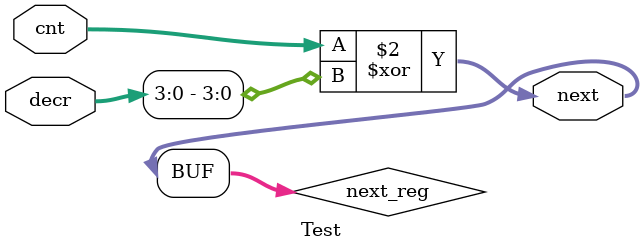
<source format=v>
module Test (
   input [3:0] cnt,
   input [6:0] decr,
   output [3:0] next
);

   // Implement the Test module here
   reg [3:0] next_reg;

   always @(*) begin
      next_reg = cnt ^ decr[3:0];
   end

   assign next = next_reg;

endmodule


</source>
